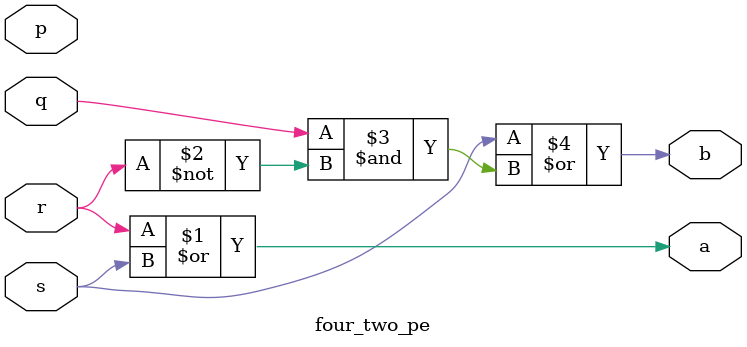
<source format=v>
module four_two_pe(a,b,p,q,r,s);
    
    input p,q,r,s;
    output a,b;

    assign a = r | s;
    assign b = s | (q&~r);

endmodule

</source>
